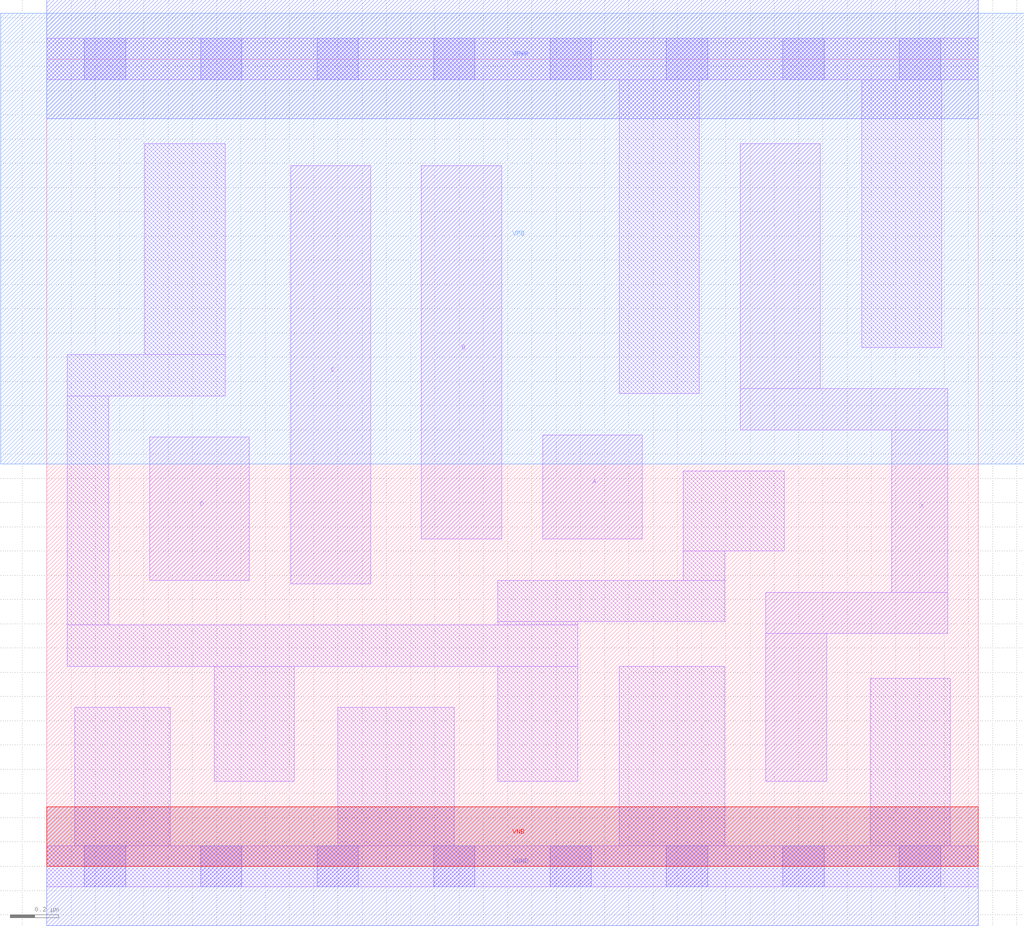
<source format=lef>
# Copyright 2020 The SkyWater PDK Authors
#
# Licensed under the Apache License, Version 2.0 (the "License");
# you may not use this file except in compliance with the License.
# You may obtain a copy of the License at
#
#     https://www.apache.org/licenses/LICENSE-2.0
#
# Unless required by applicable law or agreed to in writing, software
# distributed under the License is distributed on an "AS IS" BASIS,
# WITHOUT WARRANTIES OR CONDITIONS OF ANY KIND, either express or implied.
# See the License for the specific language governing permissions and
# limitations under the License.
#
# SPDX-License-Identifier: Apache-2.0

VERSION 5.7 ;
  NOWIREEXTENSIONATPIN ON ;
  DIVIDERCHAR "/" ;
  BUSBITCHARS "[]" ;
MACRO sky130_fd_sc_ms__or4_2
  CLASS CORE ;
  FOREIGN sky130_fd_sc_ms__or4_2 ;
  ORIGIN  0.000000  0.000000 ;
  SIZE  3.840000 BY  3.330000 ;
  SYMMETRY X Y ;
  SITE unit ;
  PIN A
    ANTENNAGATEAREA  0.276000 ;
    DIRECTION INPUT ;
    USE SIGNAL ;
    PORT
      LAYER li1 ;
        RECT 2.045000 1.350000 2.455000 1.780000 ;
    END
  END A
  PIN B
    ANTENNAGATEAREA  0.276000 ;
    DIRECTION INPUT ;
    USE SIGNAL ;
    PORT
      LAYER li1 ;
        RECT 1.545000 1.350000 1.875000 2.890000 ;
    END
  END B
  PIN C
    ANTENNAGATEAREA  0.276000 ;
    DIRECTION INPUT ;
    USE SIGNAL ;
    PORT
      LAYER li1 ;
        RECT 1.005000 1.165000 1.335000 2.890000 ;
    END
  END C
  PIN D
    ANTENNAGATEAREA  0.276000 ;
    DIRECTION INPUT ;
    USE SIGNAL ;
    PORT
      LAYER li1 ;
        RECT 0.425000 1.180000 0.835000 1.770000 ;
    END
  END D
  PIN X
    ANTENNADIFFAREA  0.509600 ;
    DIRECTION OUTPUT ;
    USE SIGNAL ;
    PORT
      LAYER li1 ;
        RECT 2.860000 1.800000 3.715000 1.970000 ;
        RECT 2.860000 1.970000 3.190000 2.980000 ;
        RECT 2.965000 0.350000 3.215000 0.960000 ;
        RECT 2.965000 0.960000 3.715000 1.130000 ;
        RECT 3.485000 1.130000 3.715000 1.800000 ;
    END
  END X
  PIN VGND
    DIRECTION INOUT ;
    USE GROUND ;
    PORT
      LAYER met1 ;
        RECT 0.000000 -0.245000 3.840000 0.245000 ;
    END
  END VGND
  PIN VNB
    DIRECTION INOUT ;
    USE GROUND ;
    PORT
      LAYER pwell ;
        RECT 0.000000 0.000000 3.840000 0.245000 ;
    END
  END VNB
  PIN VPB
    DIRECTION INOUT ;
    USE POWER ;
    PORT
      LAYER nwell ;
        RECT -0.190000 1.660000 4.030000 3.520000 ;
    END
  END VPB
  PIN VPWR
    DIRECTION INOUT ;
    USE POWER ;
    PORT
      LAYER met1 ;
        RECT 0.000000 3.085000 3.840000 3.575000 ;
    END
  END VPWR
  OBS
    LAYER li1 ;
      RECT 0.000000 -0.085000 3.840000 0.085000 ;
      RECT 0.000000  3.245000 3.840000 3.415000 ;
      RECT 0.085000  0.825000 2.190000 0.995000 ;
      RECT 0.085000  0.995000 0.255000 1.940000 ;
      RECT 0.085000  1.940000 0.735000 2.110000 ;
      RECT 0.115000  0.085000 0.510000 0.655000 ;
      RECT 0.405000  2.110000 0.735000 2.980000 ;
      RECT 0.690000  0.350000 1.020000 0.825000 ;
      RECT 1.200000  0.085000 1.680000 0.655000 ;
      RECT 1.860000  0.350000 2.190000 0.825000 ;
      RECT 1.860000  0.995000 2.190000 1.010000 ;
      RECT 1.860000  1.010000 2.795000 1.180000 ;
      RECT 2.360000  0.085000 2.795000 0.825000 ;
      RECT 2.360000  1.950000 2.690000 3.245000 ;
      RECT 2.625000  1.180000 2.795000 1.300000 ;
      RECT 2.625000  1.300000 3.040000 1.630000 ;
      RECT 3.360000  2.140000 3.690000 3.245000 ;
      RECT 3.395000  0.085000 3.725000 0.775000 ;
    LAYER mcon ;
      RECT 0.155000 -0.085000 0.325000 0.085000 ;
      RECT 0.155000  3.245000 0.325000 3.415000 ;
      RECT 0.635000 -0.085000 0.805000 0.085000 ;
      RECT 0.635000  3.245000 0.805000 3.415000 ;
      RECT 1.115000 -0.085000 1.285000 0.085000 ;
      RECT 1.115000  3.245000 1.285000 3.415000 ;
      RECT 1.595000 -0.085000 1.765000 0.085000 ;
      RECT 1.595000  3.245000 1.765000 3.415000 ;
      RECT 2.075000 -0.085000 2.245000 0.085000 ;
      RECT 2.075000  3.245000 2.245000 3.415000 ;
      RECT 2.555000 -0.085000 2.725000 0.085000 ;
      RECT 2.555000  3.245000 2.725000 3.415000 ;
      RECT 3.035000 -0.085000 3.205000 0.085000 ;
      RECT 3.035000  3.245000 3.205000 3.415000 ;
      RECT 3.515000 -0.085000 3.685000 0.085000 ;
      RECT 3.515000  3.245000 3.685000 3.415000 ;
  END
END sky130_fd_sc_ms__or4_2
END LIBRARY

</source>
